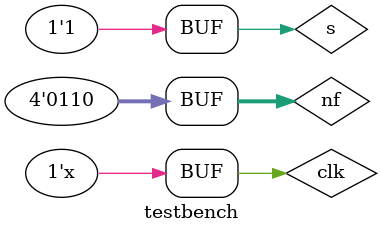
<source format=sv>
module testbench ();
	logic clk = 0;
	always begin 
		#10 clk = ~clk; 
	end
	
	logic s = 0;
	logic [3:0] nf = 4'b0110, out;
	Flags inst(s, nf, clk, out);
	
	initial begin
		#40;
		s = 1;
		#40;
	end
	
endmodule
</source>
